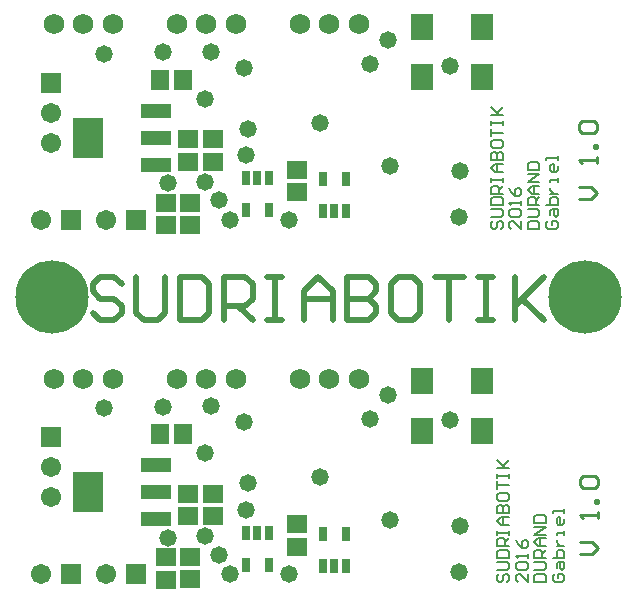
<source format=gts>
G04 Layer_Color=8388736*
%FSLAX24Y24*%
%MOIN*%
G70*
G01*
G75*
%ADD16C,0.0100*%
%ADD17C,0.0197*%
%ADD30C,0.0059*%
%ADD32R,0.0780X0.0870*%
%ADD33R,0.1025X0.1379*%
%ADD34R,0.1025X0.0474*%
%ADD35R,0.0671X0.0592*%
%ADD36R,0.0291X0.0469*%
%ADD37R,0.0592X0.0671*%
%ADD38C,0.0680*%
%ADD39C,0.0671*%
%ADD40R,0.0671X0.0671*%
%ADD41R,0.0671X0.0671*%
%ADD42C,0.2442*%
%ADD43C,0.0580*%
D16*
X18514Y13120D02*
X18914D01*
X19114Y13320D01*
X18914Y13520D01*
X18514D01*
X19114Y14320D02*
Y14520D01*
Y14420D01*
X18514D01*
X18614Y14320D01*
X19114Y14820D02*
X19014D01*
Y14920D01*
X19114D01*
Y14820D01*
X18614Y15319D02*
X18514Y15419D01*
Y15619D01*
X18614Y15719D01*
X19014D01*
X19114Y15619D01*
Y15419D01*
X19014Y15319D01*
X18614D01*
X18564Y1280D02*
X18963D01*
X19163Y1479D01*
X18963Y1679D01*
X18564D01*
X19163Y2479D02*
Y2679D01*
Y2579D01*
X18564D01*
X18664Y2479D01*
X19163Y2979D02*
X19063D01*
Y3079D01*
X19163D01*
Y2979D01*
X18664Y3479D02*
X18564Y3579D01*
Y3779D01*
X18664Y3879D01*
X19063D01*
X19163Y3779D01*
Y3579D01*
X19063Y3479D01*
X18664D01*
D17*
X3284Y10269D02*
X3041Y10511D01*
X2556D01*
X2313Y10269D01*
Y10026D01*
X2556Y9783D01*
X3041D01*
X3284Y9541D01*
Y9298D01*
X3041Y9055D01*
X2556D01*
X2313Y9298D01*
X3769Y10511D02*
Y9298D01*
X4012Y9055D01*
X4497D01*
X4740Y9298D01*
Y10511D01*
X5225D02*
Y9055D01*
X5954D01*
X6196Y9298D01*
Y10269D01*
X5954Y10511D01*
X5225D01*
X6682Y9055D02*
Y10511D01*
X7410D01*
X7652Y10269D01*
Y9783D01*
X7410Y9541D01*
X6682D01*
X7167D02*
X7652Y9055D01*
X8138Y10511D02*
X8623D01*
X8381D01*
Y9055D01*
X8138D01*
X8623D01*
X9351D02*
Y10026D01*
X9837Y10511D01*
X10322Y10026D01*
Y9055D01*
Y9783D01*
X9351D01*
X10808Y10511D02*
Y9055D01*
X11536D01*
X11778Y9298D01*
Y9541D01*
X11536Y9783D01*
X10808D01*
X11536D01*
X11778Y10026D01*
Y10269D01*
X11536Y10511D01*
X10808D01*
X12992D02*
X12507D01*
X12264Y10269D01*
Y9298D01*
X12507Y9055D01*
X12992D01*
X13235Y9298D01*
Y10269D01*
X12992Y10511D01*
X13720D02*
X14691D01*
X14205D01*
Y9055D01*
X15176Y10511D02*
X15662D01*
X15419D01*
Y9055D01*
X15176D01*
X15662D01*
X16390Y10511D02*
Y9055D01*
Y9541D01*
X17361Y10511D01*
X16633Y9783D01*
X17361Y9055D01*
D30*
X15655Y12369D02*
X15589Y12303D01*
Y12172D01*
X15655Y12106D01*
X15720D01*
X15786Y12172D01*
Y12303D01*
X15852Y12369D01*
X15917D01*
X15983Y12303D01*
Y12172D01*
X15917Y12106D01*
X15589Y12500D02*
X15917D01*
X15983Y12565D01*
Y12697D01*
X15917Y12762D01*
X15589D01*
Y12893D02*
X15983D01*
Y13090D01*
X15917Y13156D01*
X15655D01*
X15589Y13090D01*
Y12893D01*
X15983Y13287D02*
X15589D01*
Y13484D01*
X15655Y13549D01*
X15786D01*
X15852Y13484D01*
Y13287D01*
Y13418D02*
X15983Y13549D01*
X15589Y13681D02*
Y13812D01*
Y13746D01*
X15983D01*
Y13681D01*
Y13812D01*
Y14009D02*
X15720D01*
X15589Y14140D01*
X15720Y14271D01*
X15983D01*
X15786D01*
Y14009D01*
X15589Y14402D02*
X15983D01*
Y14599D01*
X15917Y14665D01*
X15852D01*
X15786Y14599D01*
Y14402D01*
Y14599D01*
X15720Y14665D01*
X15655D01*
X15589Y14599D01*
Y14402D01*
Y14993D02*
Y14861D01*
X15655Y14796D01*
X15917D01*
X15983Y14861D01*
Y14993D01*
X15917Y15058D01*
X15655D01*
X15589Y14993D01*
Y15189D02*
Y15452D01*
Y15320D01*
X15983D01*
X15589Y15583D02*
Y15714D01*
Y15648D01*
X15983D01*
Y15583D01*
Y15714D01*
X15589Y15911D02*
X15983D01*
X15852D01*
X15589Y16173D01*
X15786Y15976D01*
X15983Y16173D01*
X16597Y12369D02*
Y12106D01*
X16334Y12369D01*
X16269D01*
X16203Y12303D01*
Y12172D01*
X16269Y12106D01*
Y12500D02*
X16203Y12565D01*
Y12697D01*
X16269Y12762D01*
X16531D01*
X16597Y12697D01*
Y12565D01*
X16531Y12500D01*
X16269D01*
X16597Y12893D02*
Y13025D01*
Y12959D01*
X16203D01*
X16269Y12893D01*
X16203Y13484D02*
X16269Y13353D01*
X16400Y13221D01*
X16531D01*
X16597Y13287D01*
Y13418D01*
X16531Y13484D01*
X16466D01*
X16400Y13418D01*
Y13221D01*
X16817Y12106D02*
X17211D01*
Y12303D01*
X17145Y12369D01*
X16883D01*
X16817Y12303D01*
Y12106D01*
Y12500D02*
X17145D01*
X17211Y12565D01*
Y12697D01*
X17145Y12762D01*
X16817D01*
X17211Y12893D02*
X16817D01*
Y13090D01*
X16883Y13156D01*
X17014D01*
X17080Y13090D01*
Y12893D01*
Y13025D02*
X17211Y13156D01*
Y13287D02*
X16948D01*
X16817Y13418D01*
X16948Y13549D01*
X17211D01*
X17014D01*
Y13287D01*
X17211Y13681D02*
X16817D01*
X17211Y13943D01*
X16817D01*
Y14074D02*
X17211D01*
Y14271D01*
X17145Y14337D01*
X16883D01*
X16817Y14271D01*
Y14074D01*
X17497Y12369D02*
X17431Y12303D01*
Y12172D01*
X17497Y12106D01*
X17759D01*
X17825Y12172D01*
Y12303D01*
X17759Y12369D01*
X17628D01*
Y12237D01*
X17562Y12565D02*
Y12697D01*
X17628Y12762D01*
X17825D01*
Y12565D01*
X17759Y12500D01*
X17694Y12565D01*
Y12762D01*
X17431Y12893D02*
X17825D01*
Y13090D01*
X17759Y13156D01*
X17694D01*
X17628D01*
X17562Y13090D01*
Y12893D01*
Y13287D02*
X17825D01*
X17694D01*
X17628Y13353D01*
X17562Y13418D01*
Y13484D01*
X17825Y13681D02*
Y13812D01*
Y13746D01*
X17562D01*
Y13681D01*
X17825Y14205D02*
Y14074D01*
X17759Y14009D01*
X17628D01*
X17562Y14074D01*
Y14205D01*
X17628Y14271D01*
X17694D01*
Y14009D01*
X17825Y14402D02*
Y14533D01*
Y14468D01*
X17431D01*
Y14402D01*
X15871Y607D02*
X15806Y541D01*
Y410D01*
X15871Y344D01*
X15937D01*
X16003Y410D01*
Y541D01*
X16068Y607D01*
X16134D01*
X16199Y541D01*
Y410D01*
X16134Y344D01*
X15806Y738D02*
X16134D01*
X16199Y804D01*
Y935D01*
X16134Y1000D01*
X15806D01*
Y1132D02*
X16199D01*
Y1328D01*
X16134Y1394D01*
X15871D01*
X15806Y1328D01*
Y1132D01*
X16199Y1525D02*
X15806D01*
Y1722D01*
X15871Y1788D01*
X16003D01*
X16068Y1722D01*
Y1525D01*
Y1656D02*
X16199Y1788D01*
X15806Y1919D02*
Y2050D01*
Y1984D01*
X16199D01*
Y1919D01*
Y2050D01*
Y2247D02*
X15937D01*
X15806Y2378D01*
X15937Y2509D01*
X16199D01*
X16003D01*
Y2247D01*
X15806Y2640D02*
X16199D01*
Y2837D01*
X16134Y2903D01*
X16068D01*
X16003Y2837D01*
Y2640D01*
Y2837D01*
X15937Y2903D01*
X15871D01*
X15806Y2837D01*
Y2640D01*
Y3231D02*
Y3099D01*
X15871Y3034D01*
X16134D01*
X16199Y3099D01*
Y3231D01*
X16134Y3296D01*
X15871D01*
X15806Y3231D01*
Y3427D02*
Y3690D01*
Y3559D01*
X16199D01*
X15806Y3821D02*
Y3952D01*
Y3887D01*
X16199D01*
Y3821D01*
Y3952D01*
X15806Y4149D02*
X16199D01*
X16068D01*
X15806Y4411D01*
X16003Y4215D01*
X16199Y4411D01*
X16813Y607D02*
Y344D01*
X16551Y607D01*
X16485D01*
X16420Y541D01*
Y410D01*
X16485Y344D01*
Y738D02*
X16420Y804D01*
Y935D01*
X16485Y1000D01*
X16748D01*
X16813Y935D01*
Y804D01*
X16748Y738D01*
X16485D01*
X16813Y1132D02*
Y1263D01*
Y1197D01*
X16420D01*
X16485Y1132D01*
X16420Y1722D02*
X16485Y1591D01*
X16617Y1460D01*
X16748D01*
X16813Y1525D01*
Y1656D01*
X16748Y1722D01*
X16682D01*
X16617Y1656D01*
Y1460D01*
X17034Y344D02*
X17427D01*
Y541D01*
X17362Y607D01*
X17099D01*
X17034Y541D01*
Y344D01*
Y738D02*
X17362D01*
X17427Y804D01*
Y935D01*
X17362Y1000D01*
X17034D01*
X17427Y1132D02*
X17034D01*
Y1328D01*
X17099Y1394D01*
X17231D01*
X17296Y1328D01*
Y1132D01*
Y1263D02*
X17427Y1394D01*
Y1525D02*
X17165D01*
X17034Y1656D01*
X17165Y1788D01*
X17427D01*
X17231D01*
Y1525D01*
X17427Y1919D02*
X17034D01*
X17427Y2181D01*
X17034D01*
Y2312D02*
X17427D01*
Y2509D01*
X17362Y2575D01*
X17099D01*
X17034Y2509D01*
Y2312D01*
X17713Y607D02*
X17648Y541D01*
Y410D01*
X17713Y344D01*
X17976D01*
X18041Y410D01*
Y541D01*
X17976Y607D01*
X17845D01*
Y476D01*
X17779Y804D02*
Y935D01*
X17845Y1000D01*
X18041D01*
Y804D01*
X17976Y738D01*
X17910Y804D01*
Y1000D01*
X17648Y1132D02*
X18041D01*
Y1328D01*
X17976Y1394D01*
X17910D01*
X17845D01*
X17779Y1328D01*
Y1132D01*
Y1525D02*
X18041D01*
X17910D01*
X17845Y1591D01*
X17779Y1656D01*
Y1722D01*
X18041Y1919D02*
Y2050D01*
Y1984D01*
X17779D01*
Y1919D01*
X18041Y2444D02*
Y2312D01*
X17976Y2247D01*
X17845D01*
X17779Y2312D01*
Y2444D01*
X17845Y2509D01*
X17910D01*
Y2247D01*
X18041Y2640D02*
Y2772D01*
Y2706D01*
X17648D01*
Y2640D01*
D32*
X15305Y17185D02*
D03*
Y18835D02*
D03*
X13305Y17185D02*
D03*
Y18835D02*
D03*
X15305Y5374D02*
D03*
Y7024D02*
D03*
X13305Y5374D02*
D03*
Y7024D02*
D03*
D33*
X2146Y15148D02*
D03*
Y3337D02*
D03*
D34*
X4429Y16053D02*
D03*
Y15148D02*
D03*
Y14242D02*
D03*
Y4242D02*
D03*
Y3337D02*
D03*
Y2431D02*
D03*
D35*
X9114Y13327D02*
D03*
Y14075D02*
D03*
X4774Y12972D02*
D03*
Y12224D02*
D03*
X5561Y12982D02*
D03*
Y12234D02*
D03*
X6339Y15098D02*
D03*
Y14350D02*
D03*
X5502Y15089D02*
D03*
Y14341D02*
D03*
Y3278D02*
D03*
Y2530D02*
D03*
X6339Y3287D02*
D03*
Y2539D02*
D03*
X9114Y1516D02*
D03*
Y2264D02*
D03*
X5561Y1171D02*
D03*
Y423D02*
D03*
X4774Y1161D02*
D03*
Y413D02*
D03*
D36*
X8179Y12726D02*
D03*
X7431D02*
D03*
X8179Y13789D02*
D03*
X7805D02*
D03*
X7431D02*
D03*
X10000Y13760D02*
D03*
X10748D02*
D03*
X10000Y12697D02*
D03*
X10374D02*
D03*
X10748D02*
D03*
X10000Y1949D02*
D03*
X10748D02*
D03*
X10000Y886D02*
D03*
X10374D02*
D03*
X10748D02*
D03*
X8179Y915D02*
D03*
X7431D02*
D03*
X8179Y1978D02*
D03*
X7805D02*
D03*
X7431D02*
D03*
D37*
X4567Y17067D02*
D03*
X5315D02*
D03*
X4567Y5256D02*
D03*
X5315D02*
D03*
D38*
X2992Y18927D02*
D03*
X2008D02*
D03*
X1024D02*
D03*
X7087D02*
D03*
X6102D02*
D03*
X5118D02*
D03*
X11181D02*
D03*
X10197D02*
D03*
X9213D02*
D03*
X2992Y7116D02*
D03*
X2008D02*
D03*
X1024D02*
D03*
X7087D02*
D03*
X6102D02*
D03*
X5118D02*
D03*
X11181D02*
D03*
X10197D02*
D03*
X9213D02*
D03*
D39*
X935Y14978D02*
D03*
Y15978D02*
D03*
X2770Y12402D02*
D03*
X585D02*
D03*
Y591D02*
D03*
X2770D02*
D03*
X935Y3167D02*
D03*
Y4167D02*
D03*
D40*
Y16978D02*
D03*
Y5167D02*
D03*
D41*
X3770Y12402D02*
D03*
X1585D02*
D03*
Y591D02*
D03*
X3770D02*
D03*
D42*
X955Y9843D02*
D03*
X18720D02*
D03*
D43*
X7431Y14557D02*
D03*
X2687Y17933D02*
D03*
X6063Y16447D02*
D03*
X14557Y14026D02*
D03*
X7490Y15443D02*
D03*
X7372Y17470D02*
D03*
X12224Y14213D02*
D03*
X14223Y17549D02*
D03*
X9892Y15640D02*
D03*
X6260Y18002D02*
D03*
X4656Y17992D02*
D03*
X8859Y12411D02*
D03*
X14518Y12490D02*
D03*
X12175Y18396D02*
D03*
X11555Y17598D02*
D03*
X6882Y12411D02*
D03*
X6526Y13061D02*
D03*
X6053Y13681D02*
D03*
X4813Y13622D02*
D03*
Y1811D02*
D03*
X6053Y1870D02*
D03*
X6526Y1250D02*
D03*
X6882Y600D02*
D03*
X11555Y5787D02*
D03*
X12175Y6585D02*
D03*
X14518Y679D02*
D03*
X8859Y600D02*
D03*
X4656Y6181D02*
D03*
X6260Y6191D02*
D03*
X9892Y3829D02*
D03*
X14223Y5738D02*
D03*
X12224Y2402D02*
D03*
X7372Y5659D02*
D03*
X7490Y3632D02*
D03*
X14557Y2215D02*
D03*
X6063Y4636D02*
D03*
X2687Y6122D02*
D03*
X7431Y2746D02*
D03*
M02*

</source>
